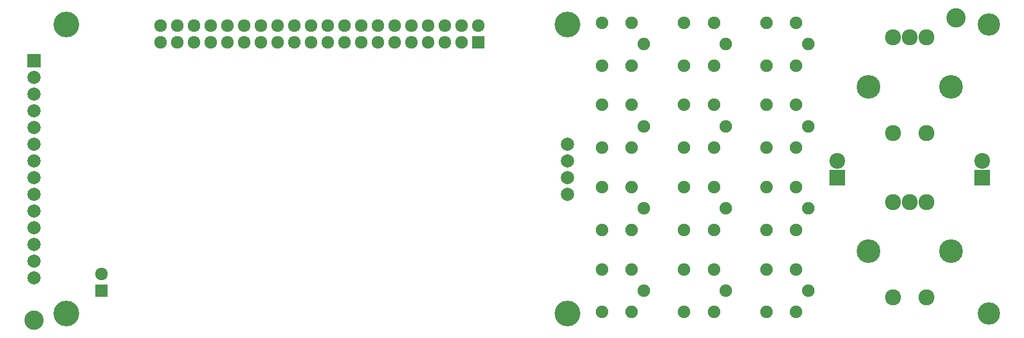
<source format=gts>
G04 #@! TF.FileFunction,Soldermask,Top*
%FSLAX46Y46*%
G04 Gerber Fmt 4.6, Leading zero omitted, Abs format (unit mm)*
G04 Created by KiCad (PCBNEW 4.0.6) date 11/21/17 15:35:42*
%MOMM*%
%LPD*%
G01*
G04 APERTURE LIST*
%ADD10C,0.100000*%
%ADD11C,3.900000*%
%ADD12R,2.000000X2.000000*%
%ADD13C,2.000000*%
%ADD14C,3.600000*%
%ADD15C,2.432000*%
%ADD16R,2.400000X2.400000*%
%ADD17C,2.400000*%
%ADD18C,1.900000*%
%ADD19C,1.924000*%
%ADD20R,1.924000X1.924000*%
%ADD21C,3.400000*%
%ADD22C,2.940000*%
G04 APERTURE END LIST*
D10*
D11*
X6920000Y47000000D03*
X83000000Y47000000D03*
X83000000Y3000000D03*
X6920000Y3000000D03*
D12*
X2000000Y41510000D03*
D13*
X2000000Y38970000D03*
X2000000Y36430000D03*
X2000000Y33890000D03*
X2000000Y31350000D03*
X2000000Y28810000D03*
X2000000Y26270000D03*
X2000000Y23730000D03*
X2000000Y21190000D03*
X2000000Y18650000D03*
X2000000Y16110000D03*
X2000000Y13570000D03*
X2000000Y11030000D03*
X2000000Y8490000D03*
X83000000Y28810000D03*
X83000000Y26270000D03*
X83000000Y23730000D03*
X83000000Y21190000D03*
D14*
X128750000Y37500000D03*
X141250000Y37500000D03*
D15*
X137540000Y45000000D03*
X135000000Y45000000D03*
X132460000Y45000000D03*
X132460000Y30500000D03*
X137540000Y30500000D03*
D16*
X124000000Y23700000D03*
D17*
X124000000Y26240000D03*
D16*
X146000000Y23700000D03*
D17*
X146000000Y26240000D03*
D18*
X100750000Y40750000D03*
X100750000Y47250000D03*
X105250000Y40750000D03*
X105250000Y47250000D03*
X107100000Y44000000D03*
X113250000Y40750000D03*
X113250000Y47250000D03*
X117750000Y40750000D03*
X117750000Y47250000D03*
X119600000Y44000000D03*
X88250000Y28250000D03*
X88250000Y34750000D03*
X92750000Y28250000D03*
X92750000Y34750000D03*
X94600000Y31500000D03*
X100750000Y28250000D03*
X100750000Y34750000D03*
X105250000Y28250000D03*
X105250000Y34750000D03*
X107100000Y31500000D03*
X113250000Y28250000D03*
X113250000Y34750000D03*
X117750000Y28250000D03*
X117750000Y34750000D03*
X119600000Y31500000D03*
X88250000Y15750000D03*
X88250000Y22250000D03*
X92750000Y15750000D03*
X92750000Y22250000D03*
X94600000Y19000000D03*
X100750000Y15750000D03*
X100750000Y22250000D03*
X105250000Y15750000D03*
X105250000Y22250000D03*
X107100000Y19000000D03*
X113250000Y15750000D03*
X113250000Y22250000D03*
X117750000Y15750000D03*
X117750000Y22250000D03*
X119600000Y19000000D03*
X100750000Y3250000D03*
X100750000Y9750000D03*
X105250000Y3250000D03*
X105250000Y9750000D03*
X107100000Y6500000D03*
D19*
X69500000Y46790000D03*
D20*
X69500000Y44250000D03*
D19*
X66960000Y46790000D03*
X66960000Y44250000D03*
X64420000Y46790000D03*
X64420000Y44250000D03*
X61880000Y46790000D03*
X61880000Y44250000D03*
X59340000Y46790000D03*
X59340000Y44250000D03*
X56800000Y46790000D03*
X56800000Y44250000D03*
X54260000Y46790000D03*
X54260000Y44250000D03*
X51720000Y46790000D03*
X51720000Y44250000D03*
X49180000Y46790000D03*
X49180000Y44250000D03*
X46640000Y46790000D03*
X46640000Y44250000D03*
X44100000Y46790000D03*
X44100000Y44250000D03*
X41560000Y46790000D03*
X41560000Y44250000D03*
X39020000Y46790000D03*
X39020000Y44250000D03*
X36480000Y46790000D03*
X36480000Y44250000D03*
X33940000Y46790000D03*
X33940000Y44250000D03*
X31400000Y46790000D03*
X31400000Y44250000D03*
X28860000Y46790000D03*
X28860000Y44250000D03*
X26320000Y46790000D03*
X26320000Y44250000D03*
X23780000Y46790000D03*
X23780000Y44250000D03*
X21240000Y46790000D03*
X21240000Y44250000D03*
D14*
X128750000Y12500000D03*
X141250000Y12500000D03*
D15*
X137540000Y20000000D03*
X135000000Y20000000D03*
X132460000Y20000000D03*
X132460000Y5500000D03*
X137540000Y5500000D03*
D18*
X88250000Y3250000D03*
X88250000Y9750000D03*
X92750000Y3250000D03*
X92750000Y9750000D03*
X94600000Y6500000D03*
D19*
X12250000Y9040000D03*
D20*
X12250000Y6500000D03*
D18*
X88250000Y40750000D03*
X88250000Y47250000D03*
X92750000Y40750000D03*
X92750000Y47250000D03*
X94600000Y44000000D03*
X113250000Y3250000D03*
X113250000Y9750000D03*
X117750000Y3250000D03*
X117750000Y9750000D03*
X119600000Y6500000D03*
D21*
X147000000Y47000000D03*
X147000000Y3000000D03*
D22*
X2000000Y2000000D03*
X142000000Y48000000D03*
M02*

</source>
